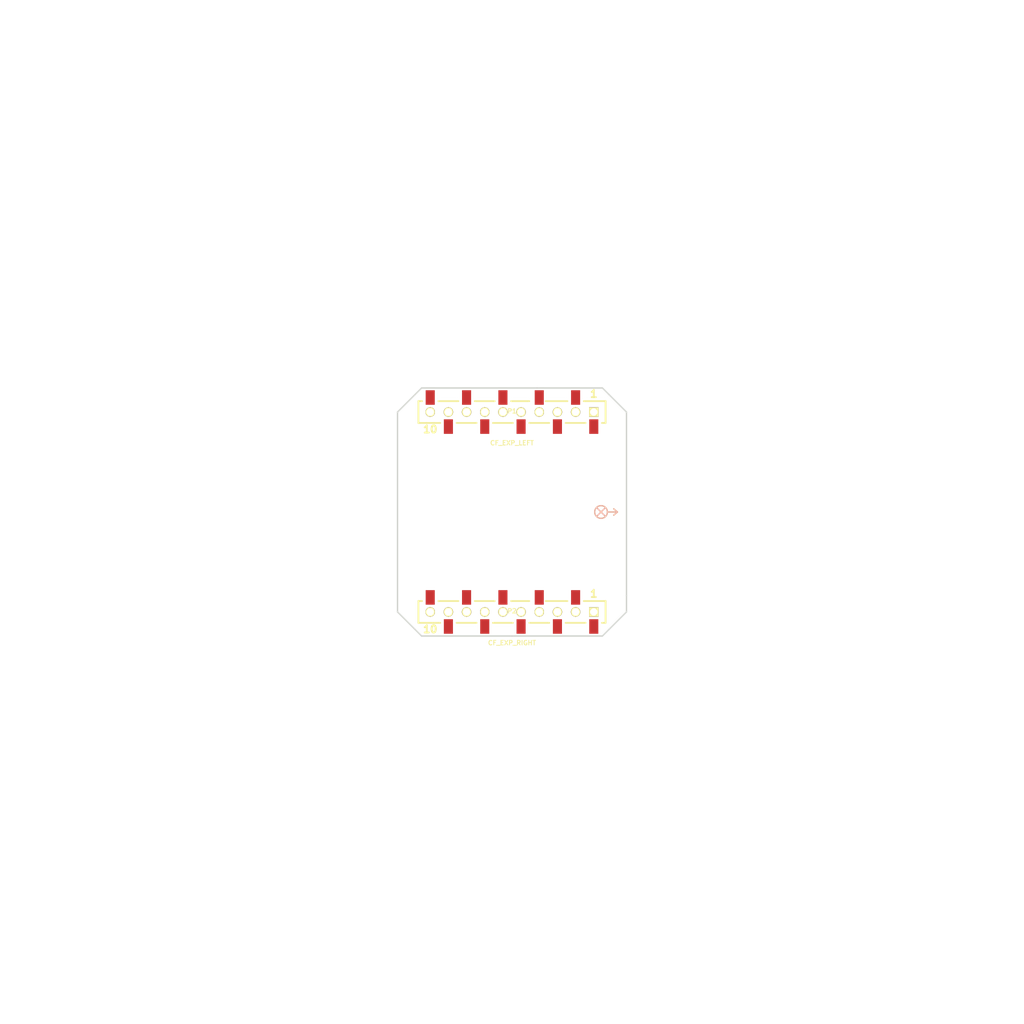
<source format=kicad_pcb>
(kicad_pcb (version 3) (host pcbnew "(2014-03-16 BZR 4752)-product")
  (title_block (title "Crazyflie 2.0 expansion template") (date "20 okt 2014") (rev A) (company "Bitcraze AB") (comment 1 "Licensed under CC-BY 4.0"))
  (layers (15 F.Cu signal) (0 B.Cu signal) (18 B.Paste user) (19 F.Paste user) (20 B.SilkS user) (21 F.SilkS user) (22 B.Mask user) (23 F.Mask user) (28 Edge.Cuts user))
  (net 0 "")
  (net 1 "Net-(P1-Pad10)")
  (net 2 "Net-(P1-Pad2)")
  (net 3 "Net-(P1-Pad1)")
  (net 4 "Net-(P1-Pad8)")
  (net 5 "Net-(P1-Pad9)")
  (net 6 "Net-(P1-Pad3)")
  (net 7 "Net-(P1-Pad4)")
  (net 8 "Net-(P1-Pad7)")
  (net 9 "Net-(P1-Pad6)")
  (net 10 "Net-(P1-Pad5)")
  (net 11 "Net-(P2-Pad10)")
  (net 12 "Net-(P2-Pad2)")
  (net 13 "Net-(P2-Pad1)")
  (net 14 "Net-(P2-Pad8)")
  (net 15 "Net-(P2-Pad9)")
  (net 16 "Net-(P2-Pad3)")
  (net 17 "Net-(P2-Pad4)")
  (net 18 "Net-(P2-Pad7)")
  (net 19 "Net-(P2-Pad6)")
  (net 20 "Net-(P2-Pad5)")
  (module connectors:BF090-10-X-B2 (layer F.Cu) (at 139.001 86.00092 180)
    (fp_text reference P1 (at 0 0.1 180) (layer F.SilkS) (effects (font (size 0.5 0.5) (thickness 0.1))))
    (fp_text value CF_EXP_LEFT (at 0 -3.4 180) (layer F.SilkS) (effects (font (size 0.5 0.5) (thickness 0.1))))
    (fp_text user 10 (at 9 -1.9 180) (layer F.SilkS) (effects (font (size 0.8 0.8) (thickness 0.2))))
    (fp_text user 1 (at -9 2 180) (layer F.SilkS) (effects (font (size 0.8 0.8) (thickness 0.2))))
    (fp_line (start 7.9 -1.2) (end 10.3 -1.2) (layer F.SilkS) (width 0.2))
    (fp_line (start 10.3 -1.2) (end 10.3 1.2) (layer F.SilkS) (width 0.2))
    (fp_line (start 10.3 1.2) (end 9.9 1.2) (layer F.SilkS) (width 0.2))
    (fp_line (start 3.9 -1.2) (end 6.1 -1.2) (layer F.SilkS) (width 0.2))
    (fp_line (start -0.1 -1.2) (end 2.1 -1.2) (layer F.SilkS) (width 0.2))
    (fp_line (start 5.9 1.2) (end 8.1 1.2) (layer F.SilkS) (width 0.2))
    (fp_line (start 1.9 1.2) (end 4.1 1.2) (layer F.SilkS) (width 0.2))
    (fp_line (start -1.9 1.2) (end 0.1 1.2) (layer F.SilkS) (width 0.2))
    (fp_line (start -4.1 -1.2) (end -1.9 -1.2) (layer F.SilkS) (width 0.2))
    (fp_line (start -6.1 1.2) (end -3.7 1.2) (layer F.SilkS) (width 0.2))
    (fp_line (start -8.1 -1.2) (end -5.9 -1.2) (layer F.SilkS) (width 0.2))
    (fp_line (start -10.3 -1.2) (end -9.9 -1.2) (layer F.SilkS) (width 0.2))
    (fp_line (start -10.3 -1.2) (end -10.3 1.2) (layer F.SilkS) (width 0.2))
    (fp_line (start -10.3 1.2) (end -7.9 1.2) (layer F.SilkS) (width 0.2))
    (pad 10 thru_hole circle (at 9 0 180) (size 1.05 1.05) (drill 0.8) (layers *.Cu *.Mask F.SilkS) (net 1 "Net-(P1-Pad10)"))
    (pad 2 thru_hole circle (at -7 0 180) (size 1.05 1.05) (drill 0.8) (layers *.Cu *.Mask F.SilkS) (net 2 "Net-(P1-Pad2)"))
    (pad 1 thru_hole rect (at -9 0 180) (size 1.05 1.05) (drill 0.8) (layers *.Cu *.Mask F.SilkS) (net 3 "Net-(P1-Pad1)"))
    (pad 8 thru_hole circle (at 5 0 180) (size 1.05 1.05) (drill 0.8) (layers *.Cu *.Mask F.SilkS) (net 4 "Net-(P1-Pad8)"))
    (pad 9 thru_hole circle (at 7 0 180) (size 1.05 1.05) (drill 0.8) (layers *.Cu *.Mask F.SilkS) (net 5 "Net-(P1-Pad9)"))
    (pad 3 thru_hole circle (at -5 0 180) (size 1.05 1.05) (drill 0.8) (layers *.Cu *.Mask F.SilkS) (net 6 "Net-(P1-Pad3)"))
    (pad 4 thru_hole circle (at -3 0 180) (size 1.05 1.05) (drill 0.8) (layers *.Cu *.Mask F.SilkS) (net 7 "Net-(P1-Pad4)"))
    (pad 7 thru_hole circle (at 3 0 180) (size 1.05 1.05) (drill 0.8) (layers *.Cu *.Mask F.SilkS) (net 8 "Net-(P1-Pad7)"))
    (pad 6 thru_hole circle (at 1 0 180) (size 1.05 1.05) (drill 0.8) (layers *.Cu *.Mask F.SilkS) (net 9 "Net-(P1-Pad6)"))
    (pad 5 thru_hole circle (at -1 0 180) (size 1.05 1.05) (drill 0.8) (layers *.Cu *.Mask F.SilkS) (net 10 "Net-(P1-Pad5)"))
    (pad 1 smd rect (at -9 -1.6 180) (size 1 1.6) (layers F.Cu F.Paste F.Mask) (net 3 "Net-(P1-Pad1)"))
    (pad 2 smd rect (at -7 1.6 180) (size 1 1.6) (layers F.Cu F.Paste F.Mask) (net 2 "Net-(P1-Pad2)"))
    (pad 3 smd rect (at -5 -1.6 180) (size 1 1.6) (layers F.Cu F.Paste F.Mask) (net 6 "Net-(P1-Pad3)"))
    (pad 4 smd rect (at -3 1.6 180) (size 1 1.6) (layers F.Cu F.Paste F.Mask) (net 7 "Net-(P1-Pad4)"))
    (pad 5 smd rect (at -1 -1.6 180) (size 1 1.6) (layers F.Cu F.Paste F.Mask) (net 10 "Net-(P1-Pad5)"))
    (pad 6 smd rect (at 1 1.6 180) (size 1 1.6) (layers F.Cu F.Paste F.Mask) (net 9 "Net-(P1-Pad6)"))
    (pad 7 smd rect (at 3 -1.6 180) (size 1 1.6) (layers F.Cu F.Paste F.Mask) (net 8 "Net-(P1-Pad7)"))
    (pad 8 smd rect (at 5 1.6 180) (size 1 1.6) (layers F.Cu F.Paste F.Mask) (net 4 "Net-(P1-Pad8)"))
    (pad 9 smd rect (at 7 -1.6 180) (size 1 1.6) (layers F.Cu F.Paste F.Mask) (net 5 "Net-(P1-Pad9)"))
    (pad 10 smd rect (at 9 1.6 180) (size 1 1.6) (layers F.Cu F.Paste F.Mask) (net 1 "Net-(P1-Pad10)"))
  )
  (module connectors:BF090-10-X-B2 (layer F.Cu) (at 139.001 108.00092 180)
    (fp_text reference P2 (at 0 0.1 180) (layer F.SilkS) (effects (font (size 0.5 0.5) (thickness 0.1))))
    (fp_text value CF_EXP_RIGHT (at 0 -3.4 180) (layer F.SilkS) (effects (font (size 0.5 0.5) (thickness 0.1))))
    (fp_text user 10 (at 9 -1.9 180) (layer F.SilkS) (effects (font (size 0.8 0.8) (thickness 0.2))))
    (fp_text user 1 (at -9 2 180) (layer F.SilkS) (effects (font (size 0.8 0.8) (thickness 0.2))))
    (fp_line (start 7.9 -1.2) (end 10.3 -1.2) (layer F.SilkS) (width 0.2))
    (fp_line (start 10.3 -1.2) (end 10.3 1.2) (layer F.SilkS) (width 0.2))
    (fp_line (start 10.3 1.2) (end 9.9 1.2) (layer F.SilkS) (width 0.2))
    (fp_line (start 3.9 -1.2) (end 6.1 -1.2) (layer F.SilkS) (width 0.2))
    (fp_line (start -0.1 -1.2) (end 2.1 -1.2) (layer F.SilkS) (width 0.2))
    (fp_line (start 5.9 1.2) (end 8.1 1.2) (layer F.SilkS) (width 0.2))
    (fp_line (start 1.9 1.2) (end 4.1 1.2) (layer F.SilkS) (width 0.2))
    (fp_line (start -1.9 1.2) (end 0.1 1.2) (layer F.SilkS) (width 0.2))
    (fp_line (start -4.1 -1.2) (end -1.9 -1.2) (layer F.SilkS) (width 0.2))
    (fp_line (start -6.1 1.2) (end -3.7 1.2) (layer F.SilkS) (width 0.2))
    (fp_line (start -8.1 -1.2) (end -5.9 -1.2) (layer F.SilkS) (width 0.2))
    (fp_line (start -10.3 -1.2) (end -9.9 -1.2) (layer F.SilkS) (width 0.2))
    (fp_line (start -10.3 -1.2) (end -10.3 1.2) (layer F.SilkS) (width 0.2))
    (fp_line (start -10.3 1.2) (end -7.9 1.2) (layer F.SilkS) (width 0.2))
    (pad 10 thru_hole circle (at 9 0 180) (size 1.05 1.05) (drill 0.8) (layers *.Cu *.Mask F.SilkS) (net 11 "Net-(P2-Pad10)"))
    (pad 2 thru_hole circle (at -7 0 180) (size 1.05 1.05) (drill 0.8) (layers *.Cu *.Mask F.SilkS) (net 12 "Net-(P2-Pad2)"))
    (pad 1 thru_hole rect (at -9 0 180) (size 1.05 1.05) (drill 0.8) (layers *.Cu *.Mask F.SilkS) (net 13 "Net-(P2-Pad1)"))
    (pad 8 thru_hole circle (at 5 0 180) (size 1.05 1.05) (drill 0.8) (layers *.Cu *.Mask F.SilkS) (net 14 "Net-(P2-Pad8)"))
    (pad 9 thru_hole circle (at 7 0 180) (size 1.05 1.05) (drill 0.8) (layers *.Cu *.Mask F.SilkS) (net 15 "Net-(P2-Pad9)"))
    (pad 3 thru_hole circle (at -5 0 180) (size 1.05 1.05) (drill 0.8) (layers *.Cu *.Mask F.SilkS) (net 16 "Net-(P2-Pad3)"))
    (pad 4 thru_hole circle (at -3 0 180) (size 1.05 1.05) (drill 0.8) (layers *.Cu *.Mask F.SilkS) (net 17 "Net-(P2-Pad4)"))
    (pad 7 thru_hole circle (at 3 0 180) (size 1.05 1.05) (drill 0.8) (layers *.Cu *.Mask F.SilkS) (net 18 "Net-(P2-Pad7)"))
    (pad 6 thru_hole circle (at 1 0 180) (size 1.05 1.05) (drill 0.8) (layers *.Cu *.Mask F.SilkS) (net 19 "Net-(P2-Pad6)"))
    (pad 5 thru_hole circle (at -1 0 180) (size 1.05 1.05) (drill 0.8) (layers *.Cu *.Mask F.SilkS) (net 20 "Net-(P2-Pad5)"))
    (pad 1 smd rect (at -9 -1.6 180) (size 1 1.6) (layers F.Cu F.Paste F.Mask) (net 13 "Net-(P2-Pad1)"))
    (pad 2 smd rect (at -7 1.6 180) (size 1 1.6) (layers F.Cu F.Paste F.Mask) (net 12 "Net-(P2-Pad2)"))
    (pad 3 smd rect (at -5 -1.6 180) (size 1 1.6) (layers F.Cu F.Paste F.Mask) (net 16 "Net-(P2-Pad3)"))
    (pad 4 smd rect (at -3 1.6 180) (size 1 1.6) (layers F.Cu F.Paste F.Mask) (net 17 "Net-(P2-Pad4)"))
    (pad 5 smd rect (at -1 -1.6 180) (size 1 1.6) (layers F.Cu F.Paste F.Mask) (net 20 "Net-(P2-Pad5)"))
    (pad 6 smd rect (at 1 1.6 180) (size 1 1.6) (layers F.Cu F.Paste F.Mask) (net 19 "Net-(P2-Pad6)"))
    (pad 7 smd rect (at 3 -1.6 180) (size 1 1.6) (layers F.Cu F.Paste F.Mask) (net 18 "Net-(P2-Pad7)"))
    (pad 8 smd rect (at 5 1.6 180) (size 1 1.6) (layers F.Cu F.Paste F.Mask) (net 14 "Net-(P2-Pad8)"))
    (pad 9 smd rect (at 7 -1.6 180) (size 1 1.6) (layers F.Cu F.Paste F.Mask) (net 15 "Net-(P2-Pad9)"))
    (pad 10 smd rect (at 9 1.6 180) (size 1 1.6) (layers F.Cu F.Paste F.Mask) (net 11 "Net-(P2-Pad10)"))
  )
  (module bitcraze:EXP_ORIENTATION (layer F.Cu) (at 148.801 97.00092)
    (fp_text reference EXP_ORIENTATION hide)
    (fp_text value VAL** hide)
    (fp_line (start 0 0) (end -0.475 0.475) (layer B.SilkS) (width 0.15))
    (fp_line (start 0 0) (end 0.475 0.475) (layer B.SilkS) (width 0.15))
    (fp_line (start 0 0) (end 0.475 -0.475) (layer B.SilkS) (width 0.15))
    (fp_line (start 0 0) (end -0.475 -0.475) (layer B.SilkS) (width 0.15))
    (fp_circle (center 0 0) (end 0.7 0.025) (layer B.SilkS) (width 0.15))
    (fp_line (start 0.7 0) (end 1.8 0) (layer B.SilkS) (width 0.15))
    (fp_line (start 1.8 0) (end 1.4 -0.35) (layer B.SilkS) (width 0.15))
    (fp_line (start 1.8 0) (end 1.4 0.35) (layer B.SilkS) (width 0.15))
    (fp_line (start 1.8 0) (end 1.4 0.35) (layer F.SilkS) (width 0.15))
    (fp_line (start 1.8 0) (end 1.4 -0.35) (layer F.SilkS) (width 0.15))
    (fp_line (start 0.7 0) (end 1.8 0) (layer F.SilkS) (width 0.15))
    (fp_circle (center 0 0) (end 0.7 0.025) (layer F.SilkS) (width 0.15))
    (fp_circle (center 0 0) (end 0.075 0.025) (layer F.SilkS) (width 0.15))
  )
  (gr_line (start 151.601 108.00092) (end 151.601 106.20092) (angle 90) (layer Edge.Cuts) (width 0.15))
  (gr_line (start 149.701 109.90092) (end 151.601 108.00092) (angle 90) (layer Edge.Cuts) (width 0.15))
  (gr_line (start 151.601 86.00092) (end 151.601 106.20092) (angle 90) (layer Edge.Cuts) (width 0.15))
  (gr_line (start 149.701 84.10092) (end 151.601 86.00092) (angle 90) (layer Edge.Cuts) (width 0.15))
  (gr_line (start 126.401 108.00092) (end 126.401 86.00092) (angle 90) (layer Edge.Cuts) (width 0.15))
  (gr_line (start 128.301 109.90092) (end 126.401 108.00092) (angle 90) (layer Edge.Cuts) (width 0.15))
  (gr_line (start 128.301 84.10092) (end 126.401 86.00092) (angle 90) (layer Edge.Cuts) (width 0.15))
  (gr_line (start 129.051 110.65092) (end 128.301 109.90092) (angle 90) (layer Edge.Cuts) (width 0.15))
  (gr_line (start 139.001 110.65092) (end 129.051 110.65092) (angle 90) (layer Edge.Cuts) (width 0.15))
  (gr_line (start 148.951 110.65092) (end 149.701 109.90092) (angle 90) (layer Edge.Cuts) (width 0.15))
  (gr_line (start 139.001 110.65092) (end 148.951 110.65092) (angle 90) (layer Edge.Cuts) (width 0.15))
  (gr_line (start 129.051 83.35092) (end 128.301 84.10092) (angle 90) (layer Edge.Cuts) (width 0.15))
  (gr_line (start 148.951 83.35092) (end 149.701 84.10092) (angle 90) (layer Edge.Cuts) (width 0.15))
  (gr_line (start 141.751 83.35092) (end 148.951 83.35092) (angle 90) (layer Edge.Cuts) (width 0.15))
  (gr_line (start 141.751 83.35092) (end 129.051 83.35092) (angle 90) (layer Edge.Cuts) (width 0.15))
)
</source>
